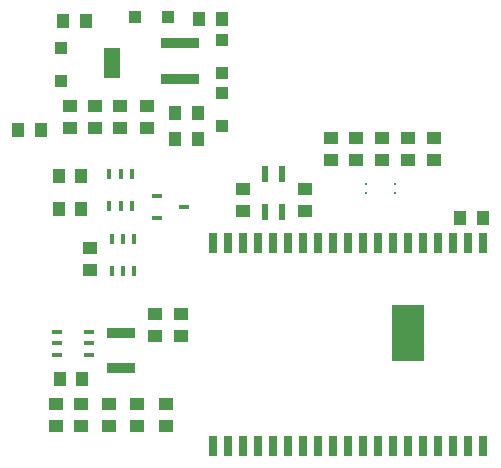
<source format=gbr>
G04 DipTrace 3.3.1.3*
G04 TopPaste.gbr*
%MOIN*%
G04 #@! TF.FileFunction,Paste,Top*
G04 #@! TF.Part,Single*
%ADD90R,0.110079X0.188819*%
%ADD92R,0.027402X0.070709*%
%ADD98R,0.015591X0.035276*%
%ADD100R,0.054961X0.102205*%
%ADD102R,0.047087X0.00378*%
%ADD108R,0.035276X0.015591*%
%ADD112R,0.011654X0.011654*%
%ADD114R,0.033307X0.017559*%
%ADD116R,0.098268X0.037244*%
%ADD118R,0.125827X0.035276*%
%ADD148R,0.023465X0.054961*%
%ADD152R,0.039213X0.039213*%
%ADD154R,0.04315X0.051024*%
%ADD156R,0.051024X0.04315*%
%FSLAX26Y26*%
G04*
G70*
G90*
G75*
G01*
G04 TopPaste*
%LPD*%
D156*
X1314118Y917638D3*
Y842835D3*
D154*
X920417Y1894016D3*
X995220D3*
D156*
X1026717Y1610551D3*
Y1535748D3*
D154*
X1373173Y1901890D3*
X1447976D3*
X1369236Y1500315D3*
X1294433D3*
X2243252Y1236535D3*
X2318055D3*
D156*
X2070024Y1429449D3*
Y1504252D3*
X1010969Y1138110D3*
Y1063307D3*
X1164512Y618425D3*
Y543622D3*
X1227504Y917638D3*
Y842835D3*
D154*
X909449Y700988D3*
X984252D3*
D156*
X1262937Y618425D3*
Y543622D3*
X1073961Y618425D3*
Y543622D3*
D154*
X845614Y1531811D3*
X770811D3*
D152*
X912543Y1803465D3*
Y1693228D3*
X1270811Y1905827D3*
X1160575D3*
X1447976Y1831024D3*
Y1720787D3*
Y1543622D3*
Y1653858D3*
D148*
X1593646Y1256220D3*
Y1382205D3*
X1648764Y1256220D3*
Y1382205D3*
D118*
X1310181Y1819213D3*
Y1701102D3*
D116*
X1113331Y854646D3*
Y736535D3*
D114*
X1231441Y1311339D3*
Y1236535D3*
X1321992Y1273937D3*
D156*
X980524Y618425D3*
Y543622D3*
X895328D3*
Y618425D3*
X944039Y1610551D3*
Y1535748D3*
X1518843Y1334961D3*
Y1260157D3*
X1727504Y1334961D3*
Y1260157D3*
D154*
X1369236Y1586929D3*
X1294433D3*
D156*
X1197976Y1535748D3*
Y1610551D3*
X1109394Y1535748D3*
Y1610551D3*
D154*
X904669Y1268031D3*
X979472D3*
X904669Y1378268D3*
X979472D3*
D156*
X2156638Y1504252D3*
Y1429449D3*
X1983409D3*
Y1504252D3*
X1814118D3*
Y1429449D3*
X1896795D3*
Y1504252D3*
D112*
X2026717Y1350709D3*
Y1319213D3*
X1928291D3*
Y1350709D3*
D108*
X1006213Y782004D3*
Y819406D3*
Y856807D3*
X899913D3*
Y819406D3*
Y782004D3*
D102*
X995220Y1819213D3*
Y1793622D3*
Y1768031D3*
Y1742441D3*
Y1716850D3*
Y1691260D3*
X1168449D3*
Y1716850D3*
Y1742441D3*
Y1768031D3*
Y1793622D3*
Y1819213D3*
D100*
X1081835Y1755236D3*
D98*
Y1059370D3*
X1119236D3*
X1156638D3*
Y1165669D3*
X1119236D3*
X1081835D3*
D92*
X2318055Y1153858D3*
X2268055Y1154252D3*
X2218055D3*
X2168055D3*
X2118055D3*
X2068055D3*
X2018055D3*
X1968055D3*
X1918055D3*
X1868055D3*
X1818055D3*
X1768055D3*
X1718055D3*
X1668055D3*
X1668436Y476218D3*
X1718436D3*
X1768436D3*
X1818434D3*
X1868436D3*
X1418436D3*
X1468436D3*
X1518436D3*
X1568436D3*
X1618436D3*
X1918094Y476220D3*
X1968094D3*
X2018094D3*
X2068094D3*
X2118094D3*
X2168094D3*
X2218094D3*
X2268094D3*
X2318094D3*
D90*
X2069945Y853858D3*
D92*
X1618395Y1154248D3*
X1568395D3*
X1518395D3*
X1468395D3*
X1418395D3*
D98*
X1148764Y1382205D3*
X1111362D3*
X1073961D3*
Y1275906D3*
X1111362D3*
X1148764D3*
M02*

</source>
